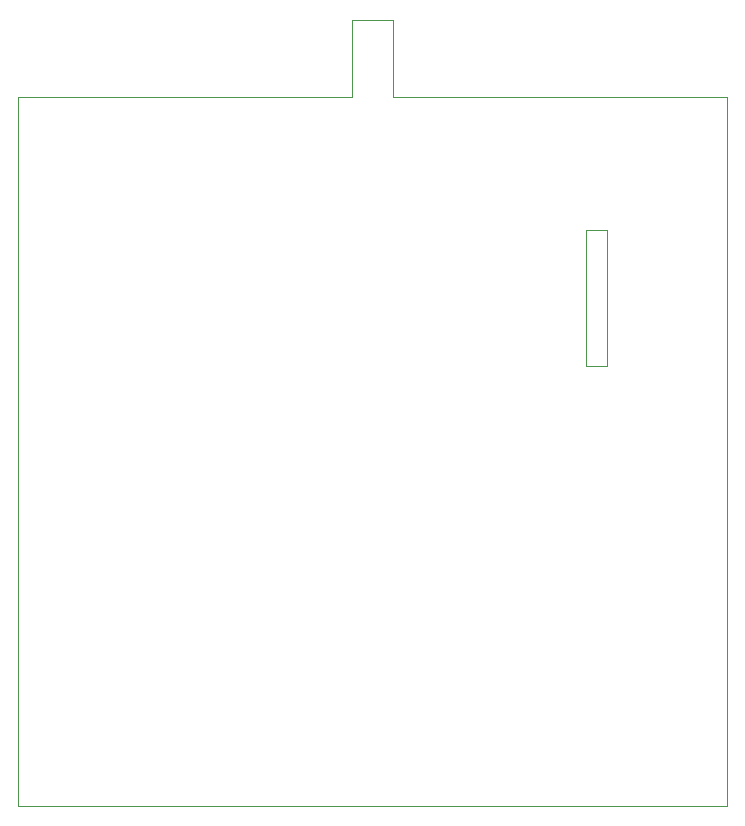
<source format=gm1>
%FSLAX43Y43*%
%MOMM*%
G71*
G01*
G75*
G04 Layer_Color=16711935*
%ADD10R,1.500X1.350*%
%ADD11R,0.650X0.800*%
%ADD12R,0.762X0.762*%
%ADD13R,0.600X0.900*%
%ADD14R,1.200X1.200*%
%ADD15R,1.400X0.600*%
%ADD16R,0.400X0.400*%
%ADD17R,0.900X0.600*%
%ADD18R,2.250X1.000*%
%ADD19R,0.800X0.650*%
%ADD20C,0.200*%
%ADD21C,0.250*%
%ADD22C,1.800*%
%ADD23R,1.800X1.800*%
%ADD24C,2.000*%
%ADD25C,3.600*%
%ADD26C,0.550*%
%ADD27R,2.200X0.350*%
%ADD28C,0.800*%
%ADD29C,0.100*%
%ADD30C,0.254*%
%ADD31R,2.100X2.100*%
%ADD32R,1.700X1.550*%
%ADD33R,0.850X1.000*%
%ADD34R,0.962X0.962*%
%ADD35R,0.800X1.100*%
%ADD36R,1.400X1.400*%
%ADD37R,1.600X0.800*%
%ADD38R,0.600X0.600*%
%ADD39R,1.100X0.800*%
%ADD40R,2.450X1.200*%
%ADD41R,1.000X0.850*%
%ADD42C,2.000*%
%ADD43R,2.000X2.000*%
%ADD44C,2.200*%
%ADD45C,3.800*%
%ADD46R,2.400X0.550*%
%ADD47C,1.000*%
D29*
X48050Y48750D02*
X49850D01*
X48050Y37250D02*
X49850D01*
X0Y13250D02*
Y60000D01*
Y0D02*
Y13250D01*
X60000Y0D02*
Y60000D01*
X0Y0D02*
X60000D01*
X0Y60000D02*
X28250D01*
Y66500D01*
X31750D01*
Y60000D02*
Y66500D01*
Y60000D02*
X60000D01*
X49850Y37250D02*
Y48750D01*
X48050Y37250D02*
Y48750D01*
M02*

</source>
